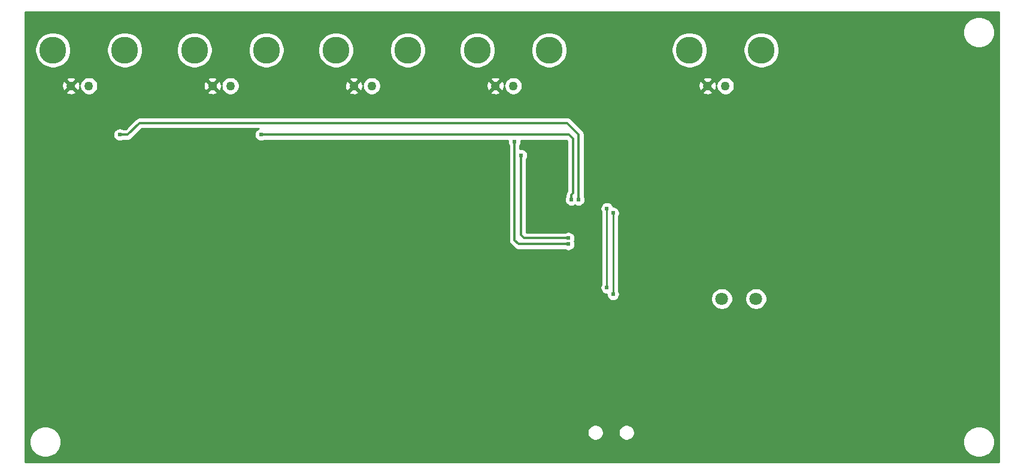
<source format=gbl>
G04 #@! TF.GenerationSoftware,KiCad,Pcbnew,5.1.10*
G04 #@! TF.CreationDate,2021-05-11T08:11:29+02:00*
G04 #@! TF.ProjectId,M17_soundcard,4d31375f-736f-4756-9e64-636172642e6b,rev?*
G04 #@! TF.SameCoordinates,Original*
G04 #@! TF.FileFunction,Copper,L2,Bot*
G04 #@! TF.FilePolarity,Positive*
%FSLAX46Y46*%
G04 Gerber Fmt 4.6, Leading zero omitted, Abs format (unit mm)*
G04 Created by KiCad (PCBNEW 5.1.10) date 2021-05-11 08:11:29*
%MOMM*%
%LPD*%
G01*
G04 APERTURE LIST*
G04 #@! TA.AperFunction,ComponentPad*
%ADD10C,3.810000*%
G04 #@! TD*
G04 #@! TA.AperFunction,ComponentPad*
%ADD11C,1.270000*%
G04 #@! TD*
G04 #@! TA.AperFunction,ComponentPad*
%ADD12C,1.800000*%
G04 #@! TD*
G04 #@! TA.AperFunction,ViaPad*
%ADD13C,0.800000*%
G04 #@! TD*
G04 #@! TA.AperFunction,ViaPad*
%ADD14C,0.606400*%
G04 #@! TD*
G04 #@! TA.AperFunction,Conductor*
%ADD15C,0.254000*%
G04 #@! TD*
G04 #@! TA.AperFunction,Conductor*
%ADD16C,0.317500*%
G04 #@! TD*
G04 #@! TA.AperFunction,Conductor*
%ADD17C,0.100000*%
G04 #@! TD*
G04 APERTURE END LIST*
D10*
X183731100Y-78503600D03*
X173571100Y-78503600D03*
D11*
X176111100Y-83583600D03*
X178651100Y-83583600D03*
D12*
X182969100Y-113738600D03*
X178143100Y-113738600D03*
D10*
X93731100Y-78503600D03*
X83571100Y-78503600D03*
D11*
X86111100Y-83583600D03*
X88651100Y-83583600D03*
D10*
X113731100Y-78503600D03*
X103571100Y-78503600D03*
D11*
X106111100Y-83583600D03*
X108651100Y-83583600D03*
D10*
X133731100Y-78503600D03*
X123571100Y-78503600D03*
D11*
X126111100Y-83583600D03*
X128651100Y-83583600D03*
D10*
X153731100Y-78503600D03*
X143571100Y-78503600D03*
D11*
X146111100Y-83583600D03*
X148651100Y-83583600D03*
D13*
X159893000Y-104034166D03*
X159893000Y-102531333D03*
X209889849Y-130429000D03*
X184431099Y-130429000D03*
X175944849Y-130429000D03*
X201403599Y-130429000D03*
X192917349Y-130429000D03*
X138186900Y-106187875D03*
X108406500Y-106187875D03*
X98479700Y-106187875D03*
X128260100Y-106187875D03*
X88552900Y-106187875D03*
X118333300Y-106187875D03*
X138186900Y-114268250D03*
X108406500Y-114268250D03*
X98479700Y-114268250D03*
X128260100Y-114268250D03*
X88552900Y-114268250D03*
X118333300Y-114268250D03*
X138186900Y-122348625D03*
X108406500Y-122348625D03*
X98479700Y-122348625D03*
X128260100Y-122348625D03*
X88552900Y-122348625D03*
X118333300Y-122348625D03*
X138186900Y-130429000D03*
X108406500Y-130429000D03*
X98479700Y-130429000D03*
X128260100Y-130429000D03*
X88552900Y-130429000D03*
X118333300Y-130429000D03*
X152167166Y-111009499D03*
X154283832Y-111009499D03*
X152167166Y-108814899D03*
X154283832Y-108814899D03*
X154283832Y-113204099D03*
X152167166Y-113204099D03*
X150050500Y-113204099D03*
X150050500Y-111009499D03*
X150050500Y-108814899D03*
X151193500Y-95874666D03*
X153310166Y-95874666D03*
X153310166Y-94181233D03*
X155426832Y-95874666D03*
X155426832Y-94181233D03*
X170015831Y-96594999D03*
X170015831Y-94469000D03*
X170015831Y-98789599D03*
X168150715Y-98789599D03*
X168150715Y-96594999D03*
X168150715Y-94469000D03*
X171880947Y-94469000D03*
X173746063Y-94469000D03*
X194945000Y-95249375D03*
X197061666Y-95249375D03*
X199178332Y-95249375D03*
X201295000Y-95249375D03*
X197061666Y-98943725D03*
X197061666Y-97096550D03*
X201295000Y-97096550D03*
X201295000Y-98943725D03*
X199178332Y-97096550D03*
X194945000Y-98943725D03*
X199178332Y-98943725D03*
X194945000Y-97096550D03*
X202459166Y-113930499D03*
X202459166Y-111735899D03*
X206692500Y-111735899D03*
X206692500Y-113930499D03*
X204575832Y-111735899D03*
X200342500Y-113930499D03*
X204575832Y-113930499D03*
X200342500Y-111735899D03*
X202459166Y-116125099D03*
X202459166Y-118319699D03*
X206692500Y-118319699D03*
X206692500Y-116125099D03*
X204575832Y-118319699D03*
X200342500Y-118319699D03*
X204575832Y-116125099D03*
X200342500Y-116125099D03*
X188997166Y-113930499D03*
X188997166Y-111735899D03*
X193230500Y-111735899D03*
X193230500Y-113930499D03*
X191113832Y-111735899D03*
X186880500Y-113930499D03*
X191113832Y-113930499D03*
X186880500Y-111735899D03*
X188997166Y-116125099D03*
X193230500Y-116125099D03*
X186880500Y-116125099D03*
X191113832Y-116125099D03*
X181165500Y-95403666D03*
X183282166Y-95403666D03*
X187515500Y-95403666D03*
X185398832Y-95403666D03*
X185398832Y-96693933D03*
X181165500Y-96693933D03*
X187515500Y-96693933D03*
X183282166Y-96693933D03*
X175611179Y-94469000D03*
X170015831Y-100562399D03*
X168150715Y-100562399D03*
X159893000Y-105537000D03*
X159893000Y-101028500D03*
X88552900Y-98107500D03*
X98479700Y-98107500D03*
X118333300Y-98107500D03*
X128260100Y-98107500D03*
X108406500Y-98107500D03*
X138186900Y-98107500D03*
D14*
X162750500Y-113093500D03*
X162750500Y-101600000D03*
X161891100Y-100965000D03*
X161891100Y-112151100D03*
X93001100Y-90503600D03*
X157891100Y-99695000D03*
X113001100Y-90503600D03*
X156845000Y-99695000D03*
X156426100Y-105156000D03*
X149733000Y-93408500D03*
X148806100Y-91513600D03*
X156426100Y-106011100D03*
D15*
X162750500Y-113093500D02*
X162750500Y-101600000D01*
X161891100Y-100965000D02*
X161891100Y-111666900D01*
X161891100Y-112151100D02*
X161891100Y-111666900D01*
D16*
X157891100Y-90438600D02*
X157891100Y-99695000D01*
X156289000Y-88836500D02*
X157891100Y-90438600D01*
X95821500Y-88836500D02*
X156289000Y-88836500D01*
X94154400Y-90503600D02*
X95821500Y-88836500D01*
X93001100Y-90503600D02*
X94154400Y-90503600D01*
X156845000Y-99695000D02*
X156845000Y-99060000D01*
X156845000Y-99060000D02*
X157099000Y-98806000D01*
X157099000Y-98806000D02*
X157099000Y-91059000D01*
X156543600Y-90503600D02*
X156876750Y-90836750D01*
X113001100Y-90503600D02*
X156543600Y-90503600D01*
X157099000Y-91059000D02*
X156876750Y-90836750D01*
X156426100Y-105156000D02*
X150177500Y-105156000D01*
X149796500Y-104775000D02*
X150177500Y-105156000D01*
X149733000Y-104711500D02*
X149796500Y-104775000D01*
X149733000Y-93408500D02*
X149733000Y-104711500D01*
X148806100Y-91513600D02*
X148806100Y-103261100D01*
X156426100Y-106011100D02*
X149381600Y-106011100D01*
X148806100Y-105435600D02*
X148806100Y-103261100D01*
X149381600Y-106011100D02*
X148806100Y-105435600D01*
D15*
X217341100Y-136843600D02*
X79661100Y-136843600D01*
X79661100Y-133779872D01*
X80265000Y-133779872D01*
X80265000Y-134220128D01*
X80350890Y-134651925D01*
X80519369Y-135058669D01*
X80763962Y-135424729D01*
X81075271Y-135736038D01*
X81441331Y-135980631D01*
X81848075Y-136149110D01*
X82279872Y-136235000D01*
X82720128Y-136235000D01*
X83151925Y-136149110D01*
X83558669Y-135980631D01*
X83924729Y-135736038D01*
X84236038Y-135424729D01*
X84480631Y-135058669D01*
X84649110Y-134651925D01*
X84735000Y-134220128D01*
X84735000Y-133779872D01*
X84649110Y-133348075D01*
X84480631Y-132941331D01*
X84240409Y-132581812D01*
X159123600Y-132581812D01*
X159123600Y-132805388D01*
X159167217Y-133024667D01*
X159252776Y-133231224D01*
X159376988Y-133417120D01*
X159535080Y-133575212D01*
X159720976Y-133699424D01*
X159927533Y-133784983D01*
X160146812Y-133828600D01*
X160370388Y-133828600D01*
X160589667Y-133784983D01*
X160796224Y-133699424D01*
X160982120Y-133575212D01*
X161140212Y-133417120D01*
X161264424Y-133231224D01*
X161349983Y-133024667D01*
X161393600Y-132805388D01*
X161393600Y-132581812D01*
X163523600Y-132581812D01*
X163523600Y-132805388D01*
X163567217Y-133024667D01*
X163652776Y-133231224D01*
X163776988Y-133417120D01*
X163935080Y-133575212D01*
X164120976Y-133699424D01*
X164327533Y-133784983D01*
X164546812Y-133828600D01*
X164770388Y-133828600D01*
X164989667Y-133784983D01*
X165002006Y-133779872D01*
X212265000Y-133779872D01*
X212265000Y-134220128D01*
X212350890Y-134651925D01*
X212519369Y-135058669D01*
X212763962Y-135424729D01*
X213075271Y-135736038D01*
X213441331Y-135980631D01*
X213848075Y-136149110D01*
X214279872Y-136235000D01*
X214720128Y-136235000D01*
X215151925Y-136149110D01*
X215558669Y-135980631D01*
X215924729Y-135736038D01*
X216236038Y-135424729D01*
X216480631Y-135058669D01*
X216649110Y-134651925D01*
X216735000Y-134220128D01*
X216735000Y-133779872D01*
X216649110Y-133348075D01*
X216480631Y-132941331D01*
X216236038Y-132575271D01*
X215924729Y-132263962D01*
X215558669Y-132019369D01*
X215151925Y-131850890D01*
X214720128Y-131765000D01*
X214279872Y-131765000D01*
X213848075Y-131850890D01*
X213441331Y-132019369D01*
X213075271Y-132263962D01*
X212763962Y-132575271D01*
X212519369Y-132941331D01*
X212350890Y-133348075D01*
X212265000Y-133779872D01*
X165002006Y-133779872D01*
X165196224Y-133699424D01*
X165382120Y-133575212D01*
X165540212Y-133417120D01*
X165664424Y-133231224D01*
X165749983Y-133024667D01*
X165793600Y-132805388D01*
X165793600Y-132581812D01*
X165749983Y-132362533D01*
X165664424Y-132155976D01*
X165540212Y-131970080D01*
X165382120Y-131811988D01*
X165196224Y-131687776D01*
X164989667Y-131602217D01*
X164770388Y-131558600D01*
X164546812Y-131558600D01*
X164327533Y-131602217D01*
X164120976Y-131687776D01*
X163935080Y-131811988D01*
X163776988Y-131970080D01*
X163652776Y-132155976D01*
X163567217Y-132362533D01*
X163523600Y-132581812D01*
X161393600Y-132581812D01*
X161349983Y-132362533D01*
X161264424Y-132155976D01*
X161140212Y-131970080D01*
X160982120Y-131811988D01*
X160796224Y-131687776D01*
X160589667Y-131602217D01*
X160370388Y-131558600D01*
X160146812Y-131558600D01*
X159927533Y-131602217D01*
X159720976Y-131687776D01*
X159535080Y-131811988D01*
X159376988Y-131970080D01*
X159252776Y-132155976D01*
X159167217Y-132362533D01*
X159123600Y-132581812D01*
X84240409Y-132581812D01*
X84236038Y-132575271D01*
X83924729Y-132263962D01*
X83558669Y-132019369D01*
X83151925Y-131850890D01*
X82720128Y-131765000D01*
X82279872Y-131765000D01*
X81848075Y-131850890D01*
X81441331Y-132019369D01*
X81075271Y-132263962D01*
X80763962Y-132575271D01*
X80519369Y-132941331D01*
X80350890Y-133348075D01*
X80265000Y-133779872D01*
X79661100Y-133779872D01*
X79661100Y-90411195D01*
X92062900Y-90411195D01*
X92062900Y-90596005D01*
X92098954Y-90777263D01*
X92169678Y-90948005D01*
X92272352Y-91101668D01*
X92403032Y-91232348D01*
X92556695Y-91335022D01*
X92727437Y-91405746D01*
X92908695Y-91441800D01*
X93093505Y-91441800D01*
X93274763Y-91405746D01*
X93445505Y-91335022D01*
X93501885Y-91297350D01*
X94115421Y-91297350D01*
X94154400Y-91301189D01*
X94193379Y-91297350D01*
X94193389Y-91297350D01*
X94310002Y-91285865D01*
X94459624Y-91240477D01*
X94597517Y-91166772D01*
X94718381Y-91067581D01*
X94743237Y-91037294D01*
X96150282Y-89630250D01*
X112657918Y-89630250D01*
X112556695Y-89672178D01*
X112403032Y-89774852D01*
X112272352Y-89905532D01*
X112169678Y-90059195D01*
X112098954Y-90229937D01*
X112062900Y-90411195D01*
X112062900Y-90596005D01*
X112098954Y-90777263D01*
X112169678Y-90948005D01*
X112272352Y-91101668D01*
X112403032Y-91232348D01*
X112556695Y-91335022D01*
X112727437Y-91405746D01*
X112908695Y-91441800D01*
X113093505Y-91441800D01*
X113274763Y-91405746D01*
X113445505Y-91335022D01*
X113501885Y-91297350D01*
X147892534Y-91297350D01*
X147867900Y-91421195D01*
X147867900Y-91606005D01*
X147903954Y-91787263D01*
X147974678Y-91958005D01*
X148012350Y-92014385D01*
X148012351Y-103222111D01*
X148012350Y-105396620D01*
X148008511Y-105435600D01*
X148012350Y-105474579D01*
X148012350Y-105474588D01*
X148023835Y-105591201D01*
X148069223Y-105740823D01*
X148076303Y-105754068D01*
X148142928Y-105878717D01*
X148191798Y-105938265D01*
X148242119Y-105999581D01*
X148272406Y-106024437D01*
X148792767Y-106544799D01*
X148817619Y-106575081D01*
X148847901Y-106599933D01*
X148847903Y-106599935D01*
X148938482Y-106674272D01*
X149012187Y-106713667D01*
X149076376Y-106747977D01*
X149225998Y-106793365D01*
X149342611Y-106804850D01*
X149342621Y-106804850D01*
X149381600Y-106808689D01*
X149420579Y-106804850D01*
X155925315Y-106804850D01*
X155981695Y-106842522D01*
X156152437Y-106913246D01*
X156333695Y-106949300D01*
X156518505Y-106949300D01*
X156699763Y-106913246D01*
X156870505Y-106842522D01*
X157024168Y-106739848D01*
X157154848Y-106609168D01*
X157257522Y-106455505D01*
X157328246Y-106284763D01*
X157364300Y-106103505D01*
X157364300Y-105918695D01*
X157328246Y-105737437D01*
X157264504Y-105583550D01*
X157328246Y-105429663D01*
X157364300Y-105248405D01*
X157364300Y-105063595D01*
X157328246Y-104882337D01*
X157257522Y-104711595D01*
X157154848Y-104557932D01*
X157024168Y-104427252D01*
X156870505Y-104324578D01*
X156699763Y-104253854D01*
X156518505Y-104217800D01*
X156333695Y-104217800D01*
X156152437Y-104253854D01*
X155981695Y-104324578D01*
X155925315Y-104362250D01*
X150526750Y-104362250D01*
X150526750Y-100872595D01*
X160952900Y-100872595D01*
X160952900Y-101057405D01*
X160988954Y-101238663D01*
X161059678Y-101409405D01*
X161129100Y-101513303D01*
X161129101Y-111602796D01*
X161059678Y-111706695D01*
X160988954Y-111877437D01*
X160952900Y-112058695D01*
X160952900Y-112243505D01*
X160988954Y-112424763D01*
X161059678Y-112595505D01*
X161162352Y-112749168D01*
X161293032Y-112879848D01*
X161446695Y-112982522D01*
X161617437Y-113053246D01*
X161798695Y-113089300D01*
X161812300Y-113089300D01*
X161812300Y-113185905D01*
X161848354Y-113367163D01*
X161919078Y-113537905D01*
X162021752Y-113691568D01*
X162152432Y-113822248D01*
X162306095Y-113924922D01*
X162476837Y-113995646D01*
X162658095Y-114031700D01*
X162842905Y-114031700D01*
X163024163Y-113995646D01*
X163194905Y-113924922D01*
X163348568Y-113822248D01*
X163479248Y-113691568D01*
X163548839Y-113587416D01*
X176608100Y-113587416D01*
X176608100Y-113889784D01*
X176667089Y-114186343D01*
X176782801Y-114465695D01*
X176950788Y-114717105D01*
X177164595Y-114930912D01*
X177416005Y-115098899D01*
X177695357Y-115214611D01*
X177991916Y-115273600D01*
X178294284Y-115273600D01*
X178590843Y-115214611D01*
X178870195Y-115098899D01*
X179121605Y-114930912D01*
X179335412Y-114717105D01*
X179503399Y-114465695D01*
X179619111Y-114186343D01*
X179678100Y-113889784D01*
X179678100Y-113587416D01*
X181434100Y-113587416D01*
X181434100Y-113889784D01*
X181493089Y-114186343D01*
X181608801Y-114465695D01*
X181776788Y-114717105D01*
X181990595Y-114930912D01*
X182242005Y-115098899D01*
X182521357Y-115214611D01*
X182817916Y-115273600D01*
X183120284Y-115273600D01*
X183416843Y-115214611D01*
X183696195Y-115098899D01*
X183947605Y-114930912D01*
X184161412Y-114717105D01*
X184329399Y-114465695D01*
X184445111Y-114186343D01*
X184504100Y-113889784D01*
X184504100Y-113587416D01*
X184445111Y-113290857D01*
X184329399Y-113011505D01*
X184161412Y-112760095D01*
X183947605Y-112546288D01*
X183696195Y-112378301D01*
X183416843Y-112262589D01*
X183120284Y-112203600D01*
X182817916Y-112203600D01*
X182521357Y-112262589D01*
X182242005Y-112378301D01*
X181990595Y-112546288D01*
X181776788Y-112760095D01*
X181608801Y-113011505D01*
X181493089Y-113290857D01*
X181434100Y-113587416D01*
X179678100Y-113587416D01*
X179619111Y-113290857D01*
X179503399Y-113011505D01*
X179335412Y-112760095D01*
X179121605Y-112546288D01*
X178870195Y-112378301D01*
X178590843Y-112262589D01*
X178294284Y-112203600D01*
X177991916Y-112203600D01*
X177695357Y-112262589D01*
X177416005Y-112378301D01*
X177164595Y-112546288D01*
X176950788Y-112760095D01*
X176782801Y-113011505D01*
X176667089Y-113290857D01*
X176608100Y-113587416D01*
X163548839Y-113587416D01*
X163581922Y-113537905D01*
X163652646Y-113367163D01*
X163688700Y-113185905D01*
X163688700Y-113001095D01*
X163652646Y-112819837D01*
X163581922Y-112649095D01*
X163512500Y-112545197D01*
X163512500Y-102148303D01*
X163581922Y-102044405D01*
X163652646Y-101873663D01*
X163688700Y-101692405D01*
X163688700Y-101507595D01*
X163652646Y-101326337D01*
X163581922Y-101155595D01*
X163479248Y-101001932D01*
X163348568Y-100871252D01*
X163194905Y-100768578D01*
X163024163Y-100697854D01*
X162842905Y-100661800D01*
X162781011Y-100661800D01*
X162722522Y-100520595D01*
X162619848Y-100366932D01*
X162489168Y-100236252D01*
X162335505Y-100133578D01*
X162164763Y-100062854D01*
X161983505Y-100026800D01*
X161798695Y-100026800D01*
X161617437Y-100062854D01*
X161446695Y-100133578D01*
X161293032Y-100236252D01*
X161162352Y-100366932D01*
X161059678Y-100520595D01*
X160988954Y-100691337D01*
X160952900Y-100872595D01*
X150526750Y-100872595D01*
X150526750Y-93909285D01*
X150564422Y-93852905D01*
X150635146Y-93682163D01*
X150671200Y-93500905D01*
X150671200Y-93316095D01*
X150635146Y-93134837D01*
X150564422Y-92964095D01*
X150461748Y-92810432D01*
X150331068Y-92679752D01*
X150177405Y-92577078D01*
X150006663Y-92506354D01*
X149825405Y-92470300D01*
X149640595Y-92470300D01*
X149599850Y-92478405D01*
X149599850Y-92014385D01*
X149637522Y-91958005D01*
X149708246Y-91787263D01*
X149744300Y-91606005D01*
X149744300Y-91421195D01*
X149719666Y-91297350D01*
X156214819Y-91297350D01*
X156305251Y-91387782D01*
X156305250Y-98476134D01*
X156281020Y-98496019D01*
X156256168Y-98526301D01*
X156256165Y-98526304D01*
X156181828Y-98616883D01*
X156144976Y-98685830D01*
X156108123Y-98754776D01*
X156062735Y-98904398D01*
X156051250Y-99021011D01*
X156051250Y-99021021D01*
X156047411Y-99060000D01*
X156051250Y-99098979D01*
X156051250Y-99194215D01*
X156013578Y-99250595D01*
X155942854Y-99421337D01*
X155906800Y-99602595D01*
X155906800Y-99787405D01*
X155942854Y-99968663D01*
X156013578Y-100139405D01*
X156116252Y-100293068D01*
X156246932Y-100423748D01*
X156400595Y-100526422D01*
X156571337Y-100597146D01*
X156752595Y-100633200D01*
X156937405Y-100633200D01*
X157118663Y-100597146D01*
X157289405Y-100526422D01*
X157368050Y-100473873D01*
X157446695Y-100526422D01*
X157617437Y-100597146D01*
X157798695Y-100633200D01*
X157983505Y-100633200D01*
X158164763Y-100597146D01*
X158335505Y-100526422D01*
X158489168Y-100423748D01*
X158619848Y-100293068D01*
X158722522Y-100139405D01*
X158793246Y-99968663D01*
X158829300Y-99787405D01*
X158829300Y-99602595D01*
X158793246Y-99421337D01*
X158722522Y-99250595D01*
X158684850Y-99194215D01*
X158684850Y-90477579D01*
X158688689Y-90438600D01*
X158684850Y-90399621D01*
X158684850Y-90399611D01*
X158673365Y-90282998D01*
X158640172Y-90173578D01*
X158627977Y-90133375D01*
X158554272Y-89995482D01*
X158479935Y-89904903D01*
X158479933Y-89904901D01*
X158455081Y-89874619D01*
X158424800Y-89849768D01*
X156877837Y-88302806D01*
X156852981Y-88272519D01*
X156732117Y-88173328D01*
X156594224Y-88099623D01*
X156444602Y-88054235D01*
X156327989Y-88042750D01*
X156327979Y-88042750D01*
X156289000Y-88038911D01*
X156250021Y-88042750D01*
X95860478Y-88042750D01*
X95821499Y-88038911D01*
X95782520Y-88042750D01*
X95782511Y-88042750D01*
X95665898Y-88054235D01*
X95516276Y-88099623D01*
X95378383Y-88173328D01*
X95378381Y-88173329D01*
X95378382Y-88173329D01*
X95287803Y-88247665D01*
X95287801Y-88247667D01*
X95257519Y-88272519D01*
X95232667Y-88302801D01*
X93825619Y-89709850D01*
X93501885Y-89709850D01*
X93445505Y-89672178D01*
X93274763Y-89601454D01*
X93093505Y-89565400D01*
X92908695Y-89565400D01*
X92727437Y-89601454D01*
X92556695Y-89672178D01*
X92403032Y-89774852D01*
X92272352Y-89905532D01*
X92169678Y-90059195D01*
X92098954Y-90229937D01*
X92062900Y-90411195D01*
X79661100Y-90411195D01*
X79661100Y-84458400D01*
X85415905Y-84458400D01*
X85467469Y-84685546D01*
X85694816Y-84789939D01*
X85938159Y-84847973D01*
X86188149Y-84857418D01*
X86435178Y-84817910D01*
X86669753Y-84730969D01*
X86754731Y-84685546D01*
X86806295Y-84458400D01*
X86111100Y-83763205D01*
X85415905Y-84458400D01*
X79661100Y-84458400D01*
X79661100Y-83660649D01*
X84837282Y-83660649D01*
X84876790Y-83907678D01*
X84963731Y-84142253D01*
X85009154Y-84227231D01*
X85236300Y-84278795D01*
X85931495Y-83583600D01*
X86290705Y-83583600D01*
X86985900Y-84278795D01*
X87213046Y-84227231D01*
X87317439Y-83999884D01*
X87375473Y-83756541D01*
X87381100Y-83607606D01*
X87381100Y-83708684D01*
X87429905Y-83954045D01*
X87525641Y-84185171D01*
X87664627Y-84393178D01*
X87841522Y-84570073D01*
X88049529Y-84709059D01*
X88280655Y-84804795D01*
X88526016Y-84853600D01*
X88776184Y-84853600D01*
X89021545Y-84804795D01*
X89252671Y-84709059D01*
X89460678Y-84570073D01*
X89572351Y-84458400D01*
X105415905Y-84458400D01*
X105467469Y-84685546D01*
X105694816Y-84789939D01*
X105938159Y-84847973D01*
X106188149Y-84857418D01*
X106435178Y-84817910D01*
X106669753Y-84730969D01*
X106754731Y-84685546D01*
X106806295Y-84458400D01*
X106111100Y-83763205D01*
X105415905Y-84458400D01*
X89572351Y-84458400D01*
X89637573Y-84393178D01*
X89776559Y-84185171D01*
X89872295Y-83954045D01*
X89921100Y-83708684D01*
X89921100Y-83660649D01*
X104837282Y-83660649D01*
X104876790Y-83907678D01*
X104963731Y-84142253D01*
X105009154Y-84227231D01*
X105236300Y-84278795D01*
X105931495Y-83583600D01*
X106290705Y-83583600D01*
X106985900Y-84278795D01*
X107213046Y-84227231D01*
X107317439Y-83999884D01*
X107375473Y-83756541D01*
X107381100Y-83607606D01*
X107381100Y-83708684D01*
X107429905Y-83954045D01*
X107525641Y-84185171D01*
X107664627Y-84393178D01*
X107841522Y-84570073D01*
X108049529Y-84709059D01*
X108280655Y-84804795D01*
X108526016Y-84853600D01*
X108776184Y-84853600D01*
X109021545Y-84804795D01*
X109252671Y-84709059D01*
X109460678Y-84570073D01*
X109572351Y-84458400D01*
X125415905Y-84458400D01*
X125467469Y-84685546D01*
X125694816Y-84789939D01*
X125938159Y-84847973D01*
X126188149Y-84857418D01*
X126435178Y-84817910D01*
X126669753Y-84730969D01*
X126754731Y-84685546D01*
X126806295Y-84458400D01*
X126111100Y-83763205D01*
X125415905Y-84458400D01*
X109572351Y-84458400D01*
X109637573Y-84393178D01*
X109776559Y-84185171D01*
X109872295Y-83954045D01*
X109921100Y-83708684D01*
X109921100Y-83660649D01*
X124837282Y-83660649D01*
X124876790Y-83907678D01*
X124963731Y-84142253D01*
X125009154Y-84227231D01*
X125236300Y-84278795D01*
X125931495Y-83583600D01*
X126290705Y-83583600D01*
X126985900Y-84278795D01*
X127213046Y-84227231D01*
X127317439Y-83999884D01*
X127375473Y-83756541D01*
X127381100Y-83607606D01*
X127381100Y-83708684D01*
X127429905Y-83954045D01*
X127525641Y-84185171D01*
X127664627Y-84393178D01*
X127841522Y-84570073D01*
X128049529Y-84709059D01*
X128280655Y-84804795D01*
X128526016Y-84853600D01*
X128776184Y-84853600D01*
X129021545Y-84804795D01*
X129252671Y-84709059D01*
X129460678Y-84570073D01*
X129572351Y-84458400D01*
X145415905Y-84458400D01*
X145467469Y-84685546D01*
X145694816Y-84789939D01*
X145938159Y-84847973D01*
X146188149Y-84857418D01*
X146435178Y-84817910D01*
X146669753Y-84730969D01*
X146754731Y-84685546D01*
X146806295Y-84458400D01*
X146111100Y-83763205D01*
X145415905Y-84458400D01*
X129572351Y-84458400D01*
X129637573Y-84393178D01*
X129776559Y-84185171D01*
X129872295Y-83954045D01*
X129921100Y-83708684D01*
X129921100Y-83660649D01*
X144837282Y-83660649D01*
X144876790Y-83907678D01*
X144963731Y-84142253D01*
X145009154Y-84227231D01*
X145236300Y-84278795D01*
X145931495Y-83583600D01*
X146290705Y-83583600D01*
X146985900Y-84278795D01*
X147213046Y-84227231D01*
X147317439Y-83999884D01*
X147375473Y-83756541D01*
X147381100Y-83607606D01*
X147381100Y-83708684D01*
X147429905Y-83954045D01*
X147525641Y-84185171D01*
X147664627Y-84393178D01*
X147841522Y-84570073D01*
X148049529Y-84709059D01*
X148280655Y-84804795D01*
X148526016Y-84853600D01*
X148776184Y-84853600D01*
X149021545Y-84804795D01*
X149252671Y-84709059D01*
X149460678Y-84570073D01*
X149572351Y-84458400D01*
X175415905Y-84458400D01*
X175467469Y-84685546D01*
X175694816Y-84789939D01*
X175938159Y-84847973D01*
X176188149Y-84857418D01*
X176435178Y-84817910D01*
X176669753Y-84730969D01*
X176754731Y-84685546D01*
X176806295Y-84458400D01*
X176111100Y-83763205D01*
X175415905Y-84458400D01*
X149572351Y-84458400D01*
X149637573Y-84393178D01*
X149776559Y-84185171D01*
X149872295Y-83954045D01*
X149921100Y-83708684D01*
X149921100Y-83660649D01*
X174837282Y-83660649D01*
X174876790Y-83907678D01*
X174963731Y-84142253D01*
X175009154Y-84227231D01*
X175236300Y-84278795D01*
X175931495Y-83583600D01*
X176290705Y-83583600D01*
X176985900Y-84278795D01*
X177213046Y-84227231D01*
X177317439Y-83999884D01*
X177375473Y-83756541D01*
X177381100Y-83607606D01*
X177381100Y-83708684D01*
X177429905Y-83954045D01*
X177525641Y-84185171D01*
X177664627Y-84393178D01*
X177841522Y-84570073D01*
X178049529Y-84709059D01*
X178280655Y-84804795D01*
X178526016Y-84853600D01*
X178776184Y-84853600D01*
X179021545Y-84804795D01*
X179252671Y-84709059D01*
X179460678Y-84570073D01*
X179637573Y-84393178D01*
X179776559Y-84185171D01*
X179872295Y-83954045D01*
X179921100Y-83708684D01*
X179921100Y-83458516D01*
X179872295Y-83213155D01*
X179776559Y-82982029D01*
X179637573Y-82774022D01*
X179460678Y-82597127D01*
X179252671Y-82458141D01*
X179021545Y-82362405D01*
X178776184Y-82313600D01*
X178526016Y-82313600D01*
X178280655Y-82362405D01*
X178049529Y-82458141D01*
X177841522Y-82597127D01*
X177664627Y-82774022D01*
X177525641Y-82982029D01*
X177429905Y-83213155D01*
X177381100Y-83458516D01*
X177381100Y-83482678D01*
X177345410Y-83259522D01*
X177258469Y-83024947D01*
X177213046Y-82939969D01*
X176985900Y-82888405D01*
X176290705Y-83583600D01*
X175931495Y-83583600D01*
X175236300Y-82888405D01*
X175009154Y-82939969D01*
X174904761Y-83167316D01*
X174846727Y-83410659D01*
X174837282Y-83660649D01*
X149921100Y-83660649D01*
X149921100Y-83458516D01*
X149872295Y-83213155D01*
X149776559Y-82982029D01*
X149637573Y-82774022D01*
X149572351Y-82708800D01*
X175415905Y-82708800D01*
X176111100Y-83403995D01*
X176806295Y-82708800D01*
X176754731Y-82481654D01*
X176527384Y-82377261D01*
X176284041Y-82319227D01*
X176034051Y-82309782D01*
X175787022Y-82349290D01*
X175552447Y-82436231D01*
X175467469Y-82481654D01*
X175415905Y-82708800D01*
X149572351Y-82708800D01*
X149460678Y-82597127D01*
X149252671Y-82458141D01*
X149021545Y-82362405D01*
X148776184Y-82313600D01*
X148526016Y-82313600D01*
X148280655Y-82362405D01*
X148049529Y-82458141D01*
X147841522Y-82597127D01*
X147664627Y-82774022D01*
X147525641Y-82982029D01*
X147429905Y-83213155D01*
X147381100Y-83458516D01*
X147381100Y-83482678D01*
X147345410Y-83259522D01*
X147258469Y-83024947D01*
X147213046Y-82939969D01*
X146985900Y-82888405D01*
X146290705Y-83583600D01*
X145931495Y-83583600D01*
X145236300Y-82888405D01*
X145009154Y-82939969D01*
X144904761Y-83167316D01*
X144846727Y-83410659D01*
X144837282Y-83660649D01*
X129921100Y-83660649D01*
X129921100Y-83458516D01*
X129872295Y-83213155D01*
X129776559Y-82982029D01*
X129637573Y-82774022D01*
X129572351Y-82708800D01*
X145415905Y-82708800D01*
X146111100Y-83403995D01*
X146806295Y-82708800D01*
X146754731Y-82481654D01*
X146527384Y-82377261D01*
X146284041Y-82319227D01*
X146034051Y-82309782D01*
X145787022Y-82349290D01*
X145552447Y-82436231D01*
X145467469Y-82481654D01*
X145415905Y-82708800D01*
X129572351Y-82708800D01*
X129460678Y-82597127D01*
X129252671Y-82458141D01*
X129021545Y-82362405D01*
X128776184Y-82313600D01*
X128526016Y-82313600D01*
X128280655Y-82362405D01*
X128049529Y-82458141D01*
X127841522Y-82597127D01*
X127664627Y-82774022D01*
X127525641Y-82982029D01*
X127429905Y-83213155D01*
X127381100Y-83458516D01*
X127381100Y-83482678D01*
X127345410Y-83259522D01*
X127258469Y-83024947D01*
X127213046Y-82939969D01*
X126985900Y-82888405D01*
X126290705Y-83583600D01*
X125931495Y-83583600D01*
X125236300Y-82888405D01*
X125009154Y-82939969D01*
X124904761Y-83167316D01*
X124846727Y-83410659D01*
X124837282Y-83660649D01*
X109921100Y-83660649D01*
X109921100Y-83458516D01*
X109872295Y-83213155D01*
X109776559Y-82982029D01*
X109637573Y-82774022D01*
X109572351Y-82708800D01*
X125415905Y-82708800D01*
X126111100Y-83403995D01*
X126806295Y-82708800D01*
X126754731Y-82481654D01*
X126527384Y-82377261D01*
X126284041Y-82319227D01*
X126034051Y-82309782D01*
X125787022Y-82349290D01*
X125552447Y-82436231D01*
X125467469Y-82481654D01*
X125415905Y-82708800D01*
X109572351Y-82708800D01*
X109460678Y-82597127D01*
X109252671Y-82458141D01*
X109021545Y-82362405D01*
X108776184Y-82313600D01*
X108526016Y-82313600D01*
X108280655Y-82362405D01*
X108049529Y-82458141D01*
X107841522Y-82597127D01*
X107664627Y-82774022D01*
X107525641Y-82982029D01*
X107429905Y-83213155D01*
X107381100Y-83458516D01*
X107381100Y-83482678D01*
X107345410Y-83259522D01*
X107258469Y-83024947D01*
X107213046Y-82939969D01*
X106985900Y-82888405D01*
X106290705Y-83583600D01*
X105931495Y-83583600D01*
X105236300Y-82888405D01*
X105009154Y-82939969D01*
X104904761Y-83167316D01*
X104846727Y-83410659D01*
X104837282Y-83660649D01*
X89921100Y-83660649D01*
X89921100Y-83458516D01*
X89872295Y-83213155D01*
X89776559Y-82982029D01*
X89637573Y-82774022D01*
X89572351Y-82708800D01*
X105415905Y-82708800D01*
X106111100Y-83403995D01*
X106806295Y-82708800D01*
X106754731Y-82481654D01*
X106527384Y-82377261D01*
X106284041Y-82319227D01*
X106034051Y-82309782D01*
X105787022Y-82349290D01*
X105552447Y-82436231D01*
X105467469Y-82481654D01*
X105415905Y-82708800D01*
X89572351Y-82708800D01*
X89460678Y-82597127D01*
X89252671Y-82458141D01*
X89021545Y-82362405D01*
X88776184Y-82313600D01*
X88526016Y-82313600D01*
X88280655Y-82362405D01*
X88049529Y-82458141D01*
X87841522Y-82597127D01*
X87664627Y-82774022D01*
X87525641Y-82982029D01*
X87429905Y-83213155D01*
X87381100Y-83458516D01*
X87381100Y-83482678D01*
X87345410Y-83259522D01*
X87258469Y-83024947D01*
X87213046Y-82939969D01*
X86985900Y-82888405D01*
X86290705Y-83583600D01*
X85931495Y-83583600D01*
X85236300Y-82888405D01*
X85009154Y-82939969D01*
X84904761Y-83167316D01*
X84846727Y-83410659D01*
X84837282Y-83660649D01*
X79661100Y-83660649D01*
X79661100Y-82708800D01*
X85415905Y-82708800D01*
X86111100Y-83403995D01*
X86806295Y-82708800D01*
X86754731Y-82481654D01*
X86527384Y-82377261D01*
X86284041Y-82319227D01*
X86034051Y-82309782D01*
X85787022Y-82349290D01*
X85552447Y-82436231D01*
X85467469Y-82481654D01*
X85415905Y-82708800D01*
X79661100Y-82708800D01*
X79661100Y-78253432D01*
X81031100Y-78253432D01*
X81031100Y-78753768D01*
X81128711Y-79244491D01*
X81320181Y-79706741D01*
X81598153Y-80122756D01*
X81951944Y-80476547D01*
X82367959Y-80754519D01*
X82830209Y-80945989D01*
X83320932Y-81043600D01*
X83821268Y-81043600D01*
X84311991Y-80945989D01*
X84774241Y-80754519D01*
X85190256Y-80476547D01*
X85544047Y-80122756D01*
X85822019Y-79706741D01*
X86013489Y-79244491D01*
X86111100Y-78753768D01*
X86111100Y-78253432D01*
X91191100Y-78253432D01*
X91191100Y-78753768D01*
X91288711Y-79244491D01*
X91480181Y-79706741D01*
X91758153Y-80122756D01*
X92111944Y-80476547D01*
X92527959Y-80754519D01*
X92990209Y-80945989D01*
X93480932Y-81043600D01*
X93981268Y-81043600D01*
X94471991Y-80945989D01*
X94934241Y-80754519D01*
X95350256Y-80476547D01*
X95704047Y-80122756D01*
X95982019Y-79706741D01*
X96173489Y-79244491D01*
X96271100Y-78753768D01*
X96271100Y-78253432D01*
X101031100Y-78253432D01*
X101031100Y-78753768D01*
X101128711Y-79244491D01*
X101320181Y-79706741D01*
X101598153Y-80122756D01*
X101951944Y-80476547D01*
X102367959Y-80754519D01*
X102830209Y-80945989D01*
X103320932Y-81043600D01*
X103821268Y-81043600D01*
X104311991Y-80945989D01*
X104774241Y-80754519D01*
X105190256Y-80476547D01*
X105544047Y-80122756D01*
X105822019Y-79706741D01*
X106013489Y-79244491D01*
X106111100Y-78753768D01*
X106111100Y-78253432D01*
X111191100Y-78253432D01*
X111191100Y-78753768D01*
X111288711Y-79244491D01*
X111480181Y-79706741D01*
X111758153Y-80122756D01*
X112111944Y-80476547D01*
X112527959Y-80754519D01*
X112990209Y-80945989D01*
X113480932Y-81043600D01*
X113981268Y-81043600D01*
X114471991Y-80945989D01*
X114934241Y-80754519D01*
X115350256Y-80476547D01*
X115704047Y-80122756D01*
X115982019Y-79706741D01*
X116173489Y-79244491D01*
X116271100Y-78753768D01*
X116271100Y-78253432D01*
X121031100Y-78253432D01*
X121031100Y-78753768D01*
X121128711Y-79244491D01*
X121320181Y-79706741D01*
X121598153Y-80122756D01*
X121951944Y-80476547D01*
X122367959Y-80754519D01*
X122830209Y-80945989D01*
X123320932Y-81043600D01*
X123821268Y-81043600D01*
X124311991Y-80945989D01*
X124774241Y-80754519D01*
X125190256Y-80476547D01*
X125544047Y-80122756D01*
X125822019Y-79706741D01*
X126013489Y-79244491D01*
X126111100Y-78753768D01*
X126111100Y-78253432D01*
X131191100Y-78253432D01*
X131191100Y-78753768D01*
X131288711Y-79244491D01*
X131480181Y-79706741D01*
X131758153Y-80122756D01*
X132111944Y-80476547D01*
X132527959Y-80754519D01*
X132990209Y-80945989D01*
X133480932Y-81043600D01*
X133981268Y-81043600D01*
X134471991Y-80945989D01*
X134934241Y-80754519D01*
X135350256Y-80476547D01*
X135704047Y-80122756D01*
X135982019Y-79706741D01*
X136173489Y-79244491D01*
X136271100Y-78753768D01*
X136271100Y-78253432D01*
X141031100Y-78253432D01*
X141031100Y-78753768D01*
X141128711Y-79244491D01*
X141320181Y-79706741D01*
X141598153Y-80122756D01*
X141951944Y-80476547D01*
X142367959Y-80754519D01*
X142830209Y-80945989D01*
X143320932Y-81043600D01*
X143821268Y-81043600D01*
X144311991Y-80945989D01*
X144774241Y-80754519D01*
X145190256Y-80476547D01*
X145544047Y-80122756D01*
X145822019Y-79706741D01*
X146013489Y-79244491D01*
X146111100Y-78753768D01*
X146111100Y-78253432D01*
X151191100Y-78253432D01*
X151191100Y-78753768D01*
X151288711Y-79244491D01*
X151480181Y-79706741D01*
X151758153Y-80122756D01*
X152111944Y-80476547D01*
X152527959Y-80754519D01*
X152990209Y-80945989D01*
X153480932Y-81043600D01*
X153981268Y-81043600D01*
X154471991Y-80945989D01*
X154934241Y-80754519D01*
X155350256Y-80476547D01*
X155704047Y-80122756D01*
X155982019Y-79706741D01*
X156173489Y-79244491D01*
X156271100Y-78753768D01*
X156271100Y-78253432D01*
X171031100Y-78253432D01*
X171031100Y-78753768D01*
X171128711Y-79244491D01*
X171320181Y-79706741D01*
X171598153Y-80122756D01*
X171951944Y-80476547D01*
X172367959Y-80754519D01*
X172830209Y-80945989D01*
X173320932Y-81043600D01*
X173821268Y-81043600D01*
X174311991Y-80945989D01*
X174774241Y-80754519D01*
X175190256Y-80476547D01*
X175544047Y-80122756D01*
X175822019Y-79706741D01*
X176013489Y-79244491D01*
X176111100Y-78753768D01*
X176111100Y-78253432D01*
X181191100Y-78253432D01*
X181191100Y-78753768D01*
X181288711Y-79244491D01*
X181480181Y-79706741D01*
X181758153Y-80122756D01*
X182111944Y-80476547D01*
X182527959Y-80754519D01*
X182990209Y-80945989D01*
X183480932Y-81043600D01*
X183981268Y-81043600D01*
X184471991Y-80945989D01*
X184934241Y-80754519D01*
X185350256Y-80476547D01*
X185704047Y-80122756D01*
X185982019Y-79706741D01*
X186173489Y-79244491D01*
X186271100Y-78753768D01*
X186271100Y-78253432D01*
X186173489Y-77762709D01*
X185982019Y-77300459D01*
X185704047Y-76884444D01*
X185350256Y-76530653D01*
X184934241Y-76252681D01*
X184471991Y-76061211D01*
X183981268Y-75963600D01*
X183480932Y-75963600D01*
X182990209Y-76061211D01*
X182527959Y-76252681D01*
X182111944Y-76530653D01*
X181758153Y-76884444D01*
X181480181Y-77300459D01*
X181288711Y-77762709D01*
X181191100Y-78253432D01*
X176111100Y-78253432D01*
X176013489Y-77762709D01*
X175822019Y-77300459D01*
X175544047Y-76884444D01*
X175190256Y-76530653D01*
X174774241Y-76252681D01*
X174311991Y-76061211D01*
X173821268Y-75963600D01*
X173320932Y-75963600D01*
X172830209Y-76061211D01*
X172367959Y-76252681D01*
X171951944Y-76530653D01*
X171598153Y-76884444D01*
X171320181Y-77300459D01*
X171128711Y-77762709D01*
X171031100Y-78253432D01*
X156271100Y-78253432D01*
X156173489Y-77762709D01*
X155982019Y-77300459D01*
X155704047Y-76884444D01*
X155350256Y-76530653D01*
X154934241Y-76252681D01*
X154471991Y-76061211D01*
X153981268Y-75963600D01*
X153480932Y-75963600D01*
X152990209Y-76061211D01*
X152527959Y-76252681D01*
X152111944Y-76530653D01*
X151758153Y-76884444D01*
X151480181Y-77300459D01*
X151288711Y-77762709D01*
X151191100Y-78253432D01*
X146111100Y-78253432D01*
X146013489Y-77762709D01*
X145822019Y-77300459D01*
X145544047Y-76884444D01*
X145190256Y-76530653D01*
X144774241Y-76252681D01*
X144311991Y-76061211D01*
X143821268Y-75963600D01*
X143320932Y-75963600D01*
X142830209Y-76061211D01*
X142367959Y-76252681D01*
X141951944Y-76530653D01*
X141598153Y-76884444D01*
X141320181Y-77300459D01*
X141128711Y-77762709D01*
X141031100Y-78253432D01*
X136271100Y-78253432D01*
X136173489Y-77762709D01*
X135982019Y-77300459D01*
X135704047Y-76884444D01*
X135350256Y-76530653D01*
X134934241Y-76252681D01*
X134471991Y-76061211D01*
X133981268Y-75963600D01*
X133480932Y-75963600D01*
X132990209Y-76061211D01*
X132527959Y-76252681D01*
X132111944Y-76530653D01*
X131758153Y-76884444D01*
X131480181Y-77300459D01*
X131288711Y-77762709D01*
X131191100Y-78253432D01*
X126111100Y-78253432D01*
X126013489Y-77762709D01*
X125822019Y-77300459D01*
X125544047Y-76884444D01*
X125190256Y-76530653D01*
X124774241Y-76252681D01*
X124311991Y-76061211D01*
X123821268Y-75963600D01*
X123320932Y-75963600D01*
X122830209Y-76061211D01*
X122367959Y-76252681D01*
X121951944Y-76530653D01*
X121598153Y-76884444D01*
X121320181Y-77300459D01*
X121128711Y-77762709D01*
X121031100Y-78253432D01*
X116271100Y-78253432D01*
X116173489Y-77762709D01*
X115982019Y-77300459D01*
X115704047Y-76884444D01*
X115350256Y-76530653D01*
X114934241Y-76252681D01*
X114471991Y-76061211D01*
X113981268Y-75963600D01*
X113480932Y-75963600D01*
X112990209Y-76061211D01*
X112527959Y-76252681D01*
X112111944Y-76530653D01*
X111758153Y-76884444D01*
X111480181Y-77300459D01*
X111288711Y-77762709D01*
X111191100Y-78253432D01*
X106111100Y-78253432D01*
X106013489Y-77762709D01*
X105822019Y-77300459D01*
X105544047Y-76884444D01*
X105190256Y-76530653D01*
X104774241Y-76252681D01*
X104311991Y-76061211D01*
X103821268Y-75963600D01*
X103320932Y-75963600D01*
X102830209Y-76061211D01*
X102367959Y-76252681D01*
X101951944Y-76530653D01*
X101598153Y-76884444D01*
X101320181Y-77300459D01*
X101128711Y-77762709D01*
X101031100Y-78253432D01*
X96271100Y-78253432D01*
X96173489Y-77762709D01*
X95982019Y-77300459D01*
X95704047Y-76884444D01*
X95350256Y-76530653D01*
X94934241Y-76252681D01*
X94471991Y-76061211D01*
X93981268Y-75963600D01*
X93480932Y-75963600D01*
X92990209Y-76061211D01*
X92527959Y-76252681D01*
X92111944Y-76530653D01*
X91758153Y-76884444D01*
X91480181Y-77300459D01*
X91288711Y-77762709D01*
X91191100Y-78253432D01*
X86111100Y-78253432D01*
X86013489Y-77762709D01*
X85822019Y-77300459D01*
X85544047Y-76884444D01*
X85190256Y-76530653D01*
X84774241Y-76252681D01*
X84311991Y-76061211D01*
X83821268Y-75963600D01*
X83320932Y-75963600D01*
X82830209Y-76061211D01*
X82367959Y-76252681D01*
X81951944Y-76530653D01*
X81598153Y-76884444D01*
X81320181Y-77300459D01*
X81128711Y-77762709D01*
X81031100Y-78253432D01*
X79661100Y-78253432D01*
X79661100Y-75779872D01*
X212265000Y-75779872D01*
X212265000Y-76220128D01*
X212350890Y-76651925D01*
X212519369Y-77058669D01*
X212763962Y-77424729D01*
X213075271Y-77736038D01*
X213441331Y-77980631D01*
X213848075Y-78149110D01*
X214279872Y-78235000D01*
X214720128Y-78235000D01*
X215151925Y-78149110D01*
X215558669Y-77980631D01*
X215924729Y-77736038D01*
X216236038Y-77424729D01*
X216480631Y-77058669D01*
X216649110Y-76651925D01*
X216735000Y-76220128D01*
X216735000Y-75779872D01*
X216649110Y-75348075D01*
X216480631Y-74941331D01*
X216236038Y-74575271D01*
X215924729Y-74263962D01*
X215558669Y-74019369D01*
X215151925Y-73850890D01*
X214720128Y-73765000D01*
X214279872Y-73765000D01*
X213848075Y-73850890D01*
X213441331Y-74019369D01*
X213075271Y-74263962D01*
X212763962Y-74575271D01*
X212519369Y-74941331D01*
X212350890Y-75348075D01*
X212265000Y-75779872D01*
X79661100Y-75779872D01*
X79661100Y-73163600D01*
X217341101Y-73163600D01*
X217341100Y-136843600D01*
G04 #@! TA.AperFunction,Conductor*
D17*
G36*
X217341100Y-136843600D02*
G01*
X79661100Y-136843600D01*
X79661100Y-133779872D01*
X80265000Y-133779872D01*
X80265000Y-134220128D01*
X80350890Y-134651925D01*
X80519369Y-135058669D01*
X80763962Y-135424729D01*
X81075271Y-135736038D01*
X81441331Y-135980631D01*
X81848075Y-136149110D01*
X82279872Y-136235000D01*
X82720128Y-136235000D01*
X83151925Y-136149110D01*
X83558669Y-135980631D01*
X83924729Y-135736038D01*
X84236038Y-135424729D01*
X84480631Y-135058669D01*
X84649110Y-134651925D01*
X84735000Y-134220128D01*
X84735000Y-133779872D01*
X84649110Y-133348075D01*
X84480631Y-132941331D01*
X84240409Y-132581812D01*
X159123600Y-132581812D01*
X159123600Y-132805388D01*
X159167217Y-133024667D01*
X159252776Y-133231224D01*
X159376988Y-133417120D01*
X159535080Y-133575212D01*
X159720976Y-133699424D01*
X159927533Y-133784983D01*
X160146812Y-133828600D01*
X160370388Y-133828600D01*
X160589667Y-133784983D01*
X160796224Y-133699424D01*
X160982120Y-133575212D01*
X161140212Y-133417120D01*
X161264424Y-133231224D01*
X161349983Y-133024667D01*
X161393600Y-132805388D01*
X161393600Y-132581812D01*
X163523600Y-132581812D01*
X163523600Y-132805388D01*
X163567217Y-133024667D01*
X163652776Y-133231224D01*
X163776988Y-133417120D01*
X163935080Y-133575212D01*
X164120976Y-133699424D01*
X164327533Y-133784983D01*
X164546812Y-133828600D01*
X164770388Y-133828600D01*
X164989667Y-133784983D01*
X165002006Y-133779872D01*
X212265000Y-133779872D01*
X212265000Y-134220128D01*
X212350890Y-134651925D01*
X212519369Y-135058669D01*
X212763962Y-135424729D01*
X213075271Y-135736038D01*
X213441331Y-135980631D01*
X213848075Y-136149110D01*
X214279872Y-136235000D01*
X214720128Y-136235000D01*
X215151925Y-136149110D01*
X215558669Y-135980631D01*
X215924729Y-135736038D01*
X216236038Y-135424729D01*
X216480631Y-135058669D01*
X216649110Y-134651925D01*
X216735000Y-134220128D01*
X216735000Y-133779872D01*
X216649110Y-133348075D01*
X216480631Y-132941331D01*
X216236038Y-132575271D01*
X215924729Y-132263962D01*
X215558669Y-132019369D01*
X215151925Y-131850890D01*
X214720128Y-131765000D01*
X214279872Y-131765000D01*
X213848075Y-131850890D01*
X213441331Y-132019369D01*
X213075271Y-132263962D01*
X212763962Y-132575271D01*
X212519369Y-132941331D01*
X212350890Y-133348075D01*
X212265000Y-133779872D01*
X165002006Y-133779872D01*
X165196224Y-133699424D01*
X165382120Y-133575212D01*
X165540212Y-133417120D01*
X165664424Y-133231224D01*
X165749983Y-133024667D01*
X165793600Y-132805388D01*
X165793600Y-132581812D01*
X165749983Y-132362533D01*
X165664424Y-132155976D01*
X165540212Y-131970080D01*
X165382120Y-131811988D01*
X165196224Y-131687776D01*
X164989667Y-131602217D01*
X164770388Y-131558600D01*
X164546812Y-131558600D01*
X164327533Y-131602217D01*
X164120976Y-131687776D01*
X163935080Y-131811988D01*
X163776988Y-131970080D01*
X163652776Y-132155976D01*
X163567217Y-132362533D01*
X163523600Y-132581812D01*
X161393600Y-132581812D01*
X161349983Y-132362533D01*
X161264424Y-132155976D01*
X161140212Y-131970080D01*
X160982120Y-131811988D01*
X160796224Y-131687776D01*
X160589667Y-131602217D01*
X160370388Y-131558600D01*
X160146812Y-131558600D01*
X159927533Y-131602217D01*
X159720976Y-131687776D01*
X159535080Y-131811988D01*
X159376988Y-131970080D01*
X159252776Y-132155976D01*
X159167217Y-132362533D01*
X159123600Y-132581812D01*
X84240409Y-132581812D01*
X84236038Y-132575271D01*
X83924729Y-132263962D01*
X83558669Y-132019369D01*
X83151925Y-131850890D01*
X82720128Y-131765000D01*
X82279872Y-131765000D01*
X81848075Y-131850890D01*
X81441331Y-132019369D01*
X81075271Y-132263962D01*
X80763962Y-132575271D01*
X80519369Y-132941331D01*
X80350890Y-133348075D01*
X80265000Y-133779872D01*
X79661100Y-133779872D01*
X79661100Y-90411195D01*
X92062900Y-90411195D01*
X92062900Y-90596005D01*
X92098954Y-90777263D01*
X92169678Y-90948005D01*
X92272352Y-91101668D01*
X92403032Y-91232348D01*
X92556695Y-91335022D01*
X92727437Y-91405746D01*
X92908695Y-91441800D01*
X93093505Y-91441800D01*
X93274763Y-91405746D01*
X93445505Y-91335022D01*
X93501885Y-91297350D01*
X94115421Y-91297350D01*
X94154400Y-91301189D01*
X94193379Y-91297350D01*
X94193389Y-91297350D01*
X94310002Y-91285865D01*
X94459624Y-91240477D01*
X94597517Y-91166772D01*
X94718381Y-91067581D01*
X94743237Y-91037294D01*
X96150282Y-89630250D01*
X112657918Y-89630250D01*
X112556695Y-89672178D01*
X112403032Y-89774852D01*
X112272352Y-89905532D01*
X112169678Y-90059195D01*
X112098954Y-90229937D01*
X112062900Y-90411195D01*
X112062900Y-90596005D01*
X112098954Y-90777263D01*
X112169678Y-90948005D01*
X112272352Y-91101668D01*
X112403032Y-91232348D01*
X112556695Y-91335022D01*
X112727437Y-91405746D01*
X112908695Y-91441800D01*
X113093505Y-91441800D01*
X113274763Y-91405746D01*
X113445505Y-91335022D01*
X113501885Y-91297350D01*
X147892534Y-91297350D01*
X147867900Y-91421195D01*
X147867900Y-91606005D01*
X147903954Y-91787263D01*
X147974678Y-91958005D01*
X148012350Y-92014385D01*
X148012351Y-103222111D01*
X148012350Y-105396620D01*
X148008511Y-105435600D01*
X148012350Y-105474579D01*
X148012350Y-105474588D01*
X148023835Y-105591201D01*
X148069223Y-105740823D01*
X148076303Y-105754068D01*
X148142928Y-105878717D01*
X148191798Y-105938265D01*
X148242119Y-105999581D01*
X148272406Y-106024437D01*
X148792767Y-106544799D01*
X148817619Y-106575081D01*
X148847901Y-106599933D01*
X148847903Y-106599935D01*
X148938482Y-106674272D01*
X149012187Y-106713667D01*
X149076376Y-106747977D01*
X149225998Y-106793365D01*
X149342611Y-106804850D01*
X149342621Y-106804850D01*
X149381600Y-106808689D01*
X149420579Y-106804850D01*
X155925315Y-106804850D01*
X155981695Y-106842522D01*
X156152437Y-106913246D01*
X156333695Y-106949300D01*
X156518505Y-106949300D01*
X156699763Y-106913246D01*
X156870505Y-106842522D01*
X157024168Y-106739848D01*
X157154848Y-106609168D01*
X157257522Y-106455505D01*
X157328246Y-106284763D01*
X157364300Y-106103505D01*
X157364300Y-105918695D01*
X157328246Y-105737437D01*
X157264504Y-105583550D01*
X157328246Y-105429663D01*
X157364300Y-105248405D01*
X157364300Y-105063595D01*
X157328246Y-104882337D01*
X157257522Y-104711595D01*
X157154848Y-104557932D01*
X157024168Y-104427252D01*
X156870505Y-104324578D01*
X156699763Y-104253854D01*
X156518505Y-104217800D01*
X156333695Y-104217800D01*
X156152437Y-104253854D01*
X155981695Y-104324578D01*
X155925315Y-104362250D01*
X150526750Y-104362250D01*
X150526750Y-100872595D01*
X160952900Y-100872595D01*
X160952900Y-101057405D01*
X160988954Y-101238663D01*
X161059678Y-101409405D01*
X161129100Y-101513303D01*
X161129101Y-111602796D01*
X161059678Y-111706695D01*
X160988954Y-111877437D01*
X160952900Y-112058695D01*
X160952900Y-112243505D01*
X160988954Y-112424763D01*
X161059678Y-112595505D01*
X161162352Y-112749168D01*
X161293032Y-112879848D01*
X161446695Y-112982522D01*
X161617437Y-113053246D01*
X161798695Y-113089300D01*
X161812300Y-113089300D01*
X161812300Y-113185905D01*
X161848354Y-113367163D01*
X161919078Y-113537905D01*
X162021752Y-113691568D01*
X162152432Y-113822248D01*
X162306095Y-113924922D01*
X162476837Y-113995646D01*
X162658095Y-114031700D01*
X162842905Y-114031700D01*
X163024163Y-113995646D01*
X163194905Y-113924922D01*
X163348568Y-113822248D01*
X163479248Y-113691568D01*
X163548839Y-113587416D01*
X176608100Y-113587416D01*
X176608100Y-113889784D01*
X176667089Y-114186343D01*
X176782801Y-114465695D01*
X176950788Y-114717105D01*
X177164595Y-114930912D01*
X177416005Y-115098899D01*
X177695357Y-115214611D01*
X177991916Y-115273600D01*
X178294284Y-115273600D01*
X178590843Y-115214611D01*
X178870195Y-115098899D01*
X179121605Y-114930912D01*
X179335412Y-114717105D01*
X179503399Y-114465695D01*
X179619111Y-114186343D01*
X179678100Y-113889784D01*
X179678100Y-113587416D01*
X181434100Y-113587416D01*
X181434100Y-113889784D01*
X181493089Y-114186343D01*
X181608801Y-114465695D01*
X181776788Y-114717105D01*
X181990595Y-114930912D01*
X182242005Y-115098899D01*
X182521357Y-115214611D01*
X182817916Y-115273600D01*
X183120284Y-115273600D01*
X183416843Y-115214611D01*
X183696195Y-115098899D01*
X183947605Y-114930912D01*
X184161412Y-114717105D01*
X184329399Y-114465695D01*
X184445111Y-114186343D01*
X184504100Y-113889784D01*
X184504100Y-113587416D01*
X184445111Y-113290857D01*
X184329399Y-113011505D01*
X184161412Y-112760095D01*
X183947605Y-112546288D01*
X183696195Y-112378301D01*
X183416843Y-112262589D01*
X183120284Y-112203600D01*
X182817916Y-112203600D01*
X182521357Y-112262589D01*
X182242005Y-112378301D01*
X181990595Y-112546288D01*
X181776788Y-112760095D01*
X181608801Y-113011505D01*
X181493089Y-113290857D01*
X181434100Y-113587416D01*
X179678100Y-113587416D01*
X179619111Y-113290857D01*
X179503399Y-113011505D01*
X179335412Y-112760095D01*
X179121605Y-112546288D01*
X178870195Y-112378301D01*
X178590843Y-112262589D01*
X178294284Y-112203600D01*
X177991916Y-112203600D01*
X177695357Y-112262589D01*
X177416005Y-112378301D01*
X177164595Y-112546288D01*
X176950788Y-112760095D01*
X176782801Y-113011505D01*
X176667089Y-113290857D01*
X176608100Y-113587416D01*
X163548839Y-113587416D01*
X163581922Y-113537905D01*
X163652646Y-113367163D01*
X163688700Y-113185905D01*
X163688700Y-113001095D01*
X163652646Y-112819837D01*
X163581922Y-112649095D01*
X163512500Y-112545197D01*
X163512500Y-102148303D01*
X163581922Y-102044405D01*
X163652646Y-101873663D01*
X163688700Y-101692405D01*
X163688700Y-101507595D01*
X163652646Y-101326337D01*
X163581922Y-101155595D01*
X163479248Y-101001932D01*
X163348568Y-100871252D01*
X163194905Y-100768578D01*
X163024163Y-100697854D01*
X162842905Y-100661800D01*
X162781011Y-100661800D01*
X162722522Y-100520595D01*
X162619848Y-100366932D01*
X162489168Y-100236252D01*
X162335505Y-100133578D01*
X162164763Y-100062854D01*
X161983505Y-100026800D01*
X161798695Y-100026800D01*
X161617437Y-100062854D01*
X161446695Y-100133578D01*
X161293032Y-100236252D01*
X161162352Y-100366932D01*
X161059678Y-100520595D01*
X160988954Y-100691337D01*
X160952900Y-100872595D01*
X150526750Y-100872595D01*
X150526750Y-93909285D01*
X150564422Y-93852905D01*
X150635146Y-93682163D01*
X150671200Y-93500905D01*
X150671200Y-93316095D01*
X150635146Y-93134837D01*
X150564422Y-92964095D01*
X150461748Y-92810432D01*
X150331068Y-92679752D01*
X150177405Y-92577078D01*
X150006663Y-92506354D01*
X149825405Y-92470300D01*
X149640595Y-92470300D01*
X149599850Y-92478405D01*
X149599850Y-92014385D01*
X149637522Y-91958005D01*
X149708246Y-91787263D01*
X149744300Y-91606005D01*
X149744300Y-91421195D01*
X149719666Y-91297350D01*
X156214819Y-91297350D01*
X156305251Y-91387782D01*
X156305250Y-98476134D01*
X156281020Y-98496019D01*
X156256168Y-98526301D01*
X156256165Y-98526304D01*
X156181828Y-98616883D01*
X156144976Y-98685830D01*
X156108123Y-98754776D01*
X156062735Y-98904398D01*
X156051250Y-99021011D01*
X156051250Y-99021021D01*
X156047411Y-99060000D01*
X156051250Y-99098979D01*
X156051250Y-99194215D01*
X156013578Y-99250595D01*
X155942854Y-99421337D01*
X155906800Y-99602595D01*
X155906800Y-99787405D01*
X155942854Y-99968663D01*
X156013578Y-100139405D01*
X156116252Y-100293068D01*
X156246932Y-100423748D01*
X156400595Y-100526422D01*
X156571337Y-100597146D01*
X156752595Y-100633200D01*
X156937405Y-100633200D01*
X157118663Y-100597146D01*
X157289405Y-100526422D01*
X157368050Y-100473873D01*
X157446695Y-100526422D01*
X157617437Y-100597146D01*
X157798695Y-100633200D01*
X157983505Y-100633200D01*
X158164763Y-100597146D01*
X158335505Y-100526422D01*
X158489168Y-100423748D01*
X158619848Y-100293068D01*
X158722522Y-100139405D01*
X158793246Y-99968663D01*
X158829300Y-99787405D01*
X158829300Y-99602595D01*
X158793246Y-99421337D01*
X158722522Y-99250595D01*
X158684850Y-99194215D01*
X158684850Y-90477579D01*
X158688689Y-90438600D01*
X158684850Y-90399621D01*
X158684850Y-90399611D01*
X158673365Y-90282998D01*
X158640172Y-90173578D01*
X158627977Y-90133375D01*
X158554272Y-89995482D01*
X158479935Y-89904903D01*
X158479933Y-89904901D01*
X158455081Y-89874619D01*
X158424800Y-89849768D01*
X156877837Y-88302806D01*
X156852981Y-88272519D01*
X156732117Y-88173328D01*
X156594224Y-88099623D01*
X156444602Y-88054235D01*
X156327989Y-88042750D01*
X156327979Y-88042750D01*
X156289000Y-88038911D01*
X156250021Y-88042750D01*
X95860478Y-88042750D01*
X95821499Y-88038911D01*
X95782520Y-88042750D01*
X95782511Y-88042750D01*
X95665898Y-88054235D01*
X95516276Y-88099623D01*
X95378383Y-88173328D01*
X95378381Y-88173329D01*
X95378382Y-88173329D01*
X95287803Y-88247665D01*
X95287801Y-88247667D01*
X95257519Y-88272519D01*
X95232667Y-88302801D01*
X93825619Y-89709850D01*
X93501885Y-89709850D01*
X93445505Y-89672178D01*
X93274763Y-89601454D01*
X93093505Y-89565400D01*
X92908695Y-89565400D01*
X92727437Y-89601454D01*
X92556695Y-89672178D01*
X92403032Y-89774852D01*
X92272352Y-89905532D01*
X92169678Y-90059195D01*
X92098954Y-90229937D01*
X92062900Y-90411195D01*
X79661100Y-90411195D01*
X79661100Y-84458400D01*
X85415905Y-84458400D01*
X85467469Y-84685546D01*
X85694816Y-84789939D01*
X85938159Y-84847973D01*
X86188149Y-84857418D01*
X86435178Y-84817910D01*
X86669753Y-84730969D01*
X86754731Y-84685546D01*
X86806295Y-84458400D01*
X86111100Y-83763205D01*
X85415905Y-84458400D01*
X79661100Y-84458400D01*
X79661100Y-83660649D01*
X84837282Y-83660649D01*
X84876790Y-83907678D01*
X84963731Y-84142253D01*
X85009154Y-84227231D01*
X85236300Y-84278795D01*
X85931495Y-83583600D01*
X86290705Y-83583600D01*
X86985900Y-84278795D01*
X87213046Y-84227231D01*
X87317439Y-83999884D01*
X87375473Y-83756541D01*
X87381100Y-83607606D01*
X87381100Y-83708684D01*
X87429905Y-83954045D01*
X87525641Y-84185171D01*
X87664627Y-84393178D01*
X87841522Y-84570073D01*
X88049529Y-84709059D01*
X88280655Y-84804795D01*
X88526016Y-84853600D01*
X88776184Y-84853600D01*
X89021545Y-84804795D01*
X89252671Y-84709059D01*
X89460678Y-84570073D01*
X89572351Y-84458400D01*
X105415905Y-84458400D01*
X105467469Y-84685546D01*
X105694816Y-84789939D01*
X105938159Y-84847973D01*
X106188149Y-84857418D01*
X106435178Y-84817910D01*
X106669753Y-84730969D01*
X106754731Y-84685546D01*
X106806295Y-84458400D01*
X106111100Y-83763205D01*
X105415905Y-84458400D01*
X89572351Y-84458400D01*
X89637573Y-84393178D01*
X89776559Y-84185171D01*
X89872295Y-83954045D01*
X89921100Y-83708684D01*
X89921100Y-83660649D01*
X104837282Y-83660649D01*
X104876790Y-83907678D01*
X104963731Y-84142253D01*
X105009154Y-84227231D01*
X105236300Y-84278795D01*
X105931495Y-83583600D01*
X106290705Y-83583600D01*
X106985900Y-84278795D01*
X107213046Y-84227231D01*
X107317439Y-83999884D01*
X107375473Y-83756541D01*
X107381100Y-83607606D01*
X107381100Y-83708684D01*
X107429905Y-83954045D01*
X107525641Y-84185171D01*
X107664627Y-84393178D01*
X107841522Y-84570073D01*
X108049529Y-84709059D01*
X108280655Y-84804795D01*
X108526016Y-84853600D01*
X108776184Y-84853600D01*
X109021545Y-84804795D01*
X109252671Y-84709059D01*
X109460678Y-84570073D01*
X109572351Y-84458400D01*
X125415905Y-84458400D01*
X125467469Y-84685546D01*
X125694816Y-84789939D01*
X125938159Y-84847973D01*
X126188149Y-84857418D01*
X126435178Y-84817910D01*
X126669753Y-84730969D01*
X126754731Y-84685546D01*
X126806295Y-84458400D01*
X126111100Y-83763205D01*
X125415905Y-84458400D01*
X109572351Y-84458400D01*
X109637573Y-84393178D01*
X109776559Y-84185171D01*
X109872295Y-83954045D01*
X109921100Y-83708684D01*
X109921100Y-83660649D01*
X124837282Y-83660649D01*
X124876790Y-83907678D01*
X124963731Y-84142253D01*
X125009154Y-84227231D01*
X125236300Y-84278795D01*
X125931495Y-83583600D01*
X126290705Y-83583600D01*
X126985900Y-84278795D01*
X127213046Y-84227231D01*
X127317439Y-83999884D01*
X127375473Y-83756541D01*
X127381100Y-83607606D01*
X127381100Y-83708684D01*
X127429905Y-83954045D01*
X127525641Y-84185171D01*
X127664627Y-84393178D01*
X127841522Y-84570073D01*
X128049529Y-84709059D01*
X128280655Y-84804795D01*
X128526016Y-84853600D01*
X128776184Y-84853600D01*
X129021545Y-84804795D01*
X129252671Y-84709059D01*
X129460678Y-84570073D01*
X129572351Y-84458400D01*
X145415905Y-84458400D01*
X145467469Y-84685546D01*
X145694816Y-84789939D01*
X145938159Y-84847973D01*
X146188149Y-84857418D01*
X146435178Y-84817910D01*
X146669753Y-84730969D01*
X146754731Y-84685546D01*
X146806295Y-84458400D01*
X146111100Y-83763205D01*
X145415905Y-84458400D01*
X129572351Y-84458400D01*
X129637573Y-84393178D01*
X129776559Y-84185171D01*
X129872295Y-83954045D01*
X129921100Y-83708684D01*
X129921100Y-83660649D01*
X144837282Y-83660649D01*
X144876790Y-83907678D01*
X144963731Y-84142253D01*
X145009154Y-84227231D01*
X145236300Y-84278795D01*
X145931495Y-83583600D01*
X146290705Y-83583600D01*
X146985900Y-84278795D01*
X147213046Y-84227231D01*
X147317439Y-83999884D01*
X147375473Y-83756541D01*
X147381100Y-83607606D01*
X147381100Y-83708684D01*
X147429905Y-83954045D01*
X147525641Y-84185171D01*
X147664627Y-84393178D01*
X147841522Y-84570073D01*
X148049529Y-84709059D01*
X148280655Y-84804795D01*
X148526016Y-84853600D01*
X148776184Y-84853600D01*
X149021545Y-84804795D01*
X149252671Y-84709059D01*
X149460678Y-84570073D01*
X149572351Y-84458400D01*
X175415905Y-84458400D01*
X175467469Y-84685546D01*
X175694816Y-84789939D01*
X175938159Y-84847973D01*
X176188149Y-84857418D01*
X176435178Y-84817910D01*
X176669753Y-84730969D01*
X176754731Y-84685546D01*
X176806295Y-84458400D01*
X176111100Y-83763205D01*
X175415905Y-84458400D01*
X149572351Y-84458400D01*
X149637573Y-84393178D01*
X149776559Y-84185171D01*
X149872295Y-83954045D01*
X149921100Y-83708684D01*
X149921100Y-83660649D01*
X174837282Y-83660649D01*
X174876790Y-83907678D01*
X174963731Y-84142253D01*
X175009154Y-84227231D01*
X175236300Y-84278795D01*
X175931495Y-83583600D01*
X176290705Y-83583600D01*
X176985900Y-84278795D01*
X177213046Y-84227231D01*
X177317439Y-83999884D01*
X177375473Y-83756541D01*
X177381100Y-83607606D01*
X177381100Y-83708684D01*
X177429905Y-83954045D01*
X177525641Y-84185171D01*
X177664627Y-84393178D01*
X177841522Y-84570073D01*
X178049529Y-84709059D01*
X178280655Y-84804795D01*
X178526016Y-84853600D01*
X178776184Y-84853600D01*
X179021545Y-84804795D01*
X179252671Y-84709059D01*
X179460678Y-84570073D01*
X179637573Y-84393178D01*
X179776559Y-84185171D01*
X179872295Y-83954045D01*
X179921100Y-83708684D01*
X179921100Y-83458516D01*
X179872295Y-83213155D01*
X179776559Y-82982029D01*
X179637573Y-82774022D01*
X179460678Y-82597127D01*
X179252671Y-82458141D01*
X179021545Y-82362405D01*
X178776184Y-82313600D01*
X178526016Y-82313600D01*
X178280655Y-82362405D01*
X178049529Y-82458141D01*
X177841522Y-82597127D01*
X177664627Y-82774022D01*
X177525641Y-82982029D01*
X177429905Y-83213155D01*
X177381100Y-83458516D01*
X177381100Y-83482678D01*
X177345410Y-83259522D01*
X177258469Y-83024947D01*
X177213046Y-82939969D01*
X176985900Y-82888405D01*
X176290705Y-83583600D01*
X175931495Y-83583600D01*
X175236300Y-82888405D01*
X175009154Y-82939969D01*
X174904761Y-83167316D01*
X174846727Y-83410659D01*
X174837282Y-83660649D01*
X149921100Y-83660649D01*
X149921100Y-83458516D01*
X149872295Y-83213155D01*
X149776559Y-82982029D01*
X149637573Y-82774022D01*
X149572351Y-82708800D01*
X175415905Y-82708800D01*
X176111100Y-83403995D01*
X176806295Y-82708800D01*
X176754731Y-82481654D01*
X176527384Y-82377261D01*
X176284041Y-82319227D01*
X176034051Y-82309782D01*
X175787022Y-82349290D01*
X175552447Y-82436231D01*
X175467469Y-82481654D01*
X175415905Y-82708800D01*
X149572351Y-82708800D01*
X149460678Y-82597127D01*
X149252671Y-82458141D01*
X149021545Y-82362405D01*
X148776184Y-82313600D01*
X148526016Y-82313600D01*
X148280655Y-82362405D01*
X148049529Y-82458141D01*
X147841522Y-82597127D01*
X147664627Y-82774022D01*
X147525641Y-82982029D01*
X147429905Y-83213155D01*
X147381100Y-83458516D01*
X147381100Y-83482678D01*
X147345410Y-83259522D01*
X147258469Y-83024947D01*
X147213046Y-82939969D01*
X146985900Y-82888405D01*
X146290705Y-83583600D01*
X145931495Y-83583600D01*
X145236300Y-82888405D01*
X145009154Y-82939969D01*
X144904761Y-83167316D01*
X144846727Y-83410659D01*
X144837282Y-83660649D01*
X129921100Y-83660649D01*
X129921100Y-83458516D01*
X129872295Y-83213155D01*
X129776559Y-82982029D01*
X129637573Y-82774022D01*
X129572351Y-82708800D01*
X145415905Y-82708800D01*
X146111100Y-83403995D01*
X146806295Y-82708800D01*
X146754731Y-82481654D01*
X146527384Y-82377261D01*
X146284041Y-82319227D01*
X146034051Y-82309782D01*
X145787022Y-82349290D01*
X145552447Y-82436231D01*
X145467469Y-82481654D01*
X145415905Y-82708800D01*
X129572351Y-82708800D01*
X129460678Y-82597127D01*
X129252671Y-82458141D01*
X129021545Y-82362405D01*
X128776184Y-82313600D01*
X128526016Y-82313600D01*
X128280655Y-82362405D01*
X128049529Y-82458141D01*
X127841522Y-82597127D01*
X127664627Y-82774022D01*
X127525641Y-82982029D01*
X127429905Y-83213155D01*
X127381100Y-83458516D01*
X127381100Y-83482678D01*
X127345410Y-83259522D01*
X127258469Y-83024947D01*
X127213046Y-82939969D01*
X126985900Y-82888405D01*
X126290705Y-83583600D01*
X125931495Y-83583600D01*
X125236300Y-82888405D01*
X125009154Y-82939969D01*
X124904761Y-83167316D01*
X124846727Y-83410659D01*
X124837282Y-83660649D01*
X109921100Y-83660649D01*
X109921100Y-83458516D01*
X109872295Y-83213155D01*
X109776559Y-82982029D01*
X109637573Y-82774022D01*
X109572351Y-82708800D01*
X125415905Y-82708800D01*
X126111100Y-83403995D01*
X126806295Y-82708800D01*
X126754731Y-82481654D01*
X126527384Y-82377261D01*
X126284041Y-82319227D01*
X126034051Y-82309782D01*
X125787022Y-82349290D01*
X125552447Y-82436231D01*
X125467469Y-82481654D01*
X125415905Y-82708800D01*
X109572351Y-82708800D01*
X109460678Y-82597127D01*
X109252671Y-82458141D01*
X109021545Y-82362405D01*
X108776184Y-82313600D01*
X108526016Y-82313600D01*
X108280655Y-82362405D01*
X108049529Y-82458141D01*
X107841522Y-82597127D01*
X107664627Y-82774022D01*
X107525641Y-82982029D01*
X107429905Y-83213155D01*
X107381100Y-83458516D01*
X107381100Y-83482678D01*
X107345410Y-83259522D01*
X107258469Y-83024947D01*
X107213046Y-82939969D01*
X106985900Y-82888405D01*
X106290705Y-83583600D01*
X105931495Y-83583600D01*
X105236300Y-82888405D01*
X105009154Y-82939969D01*
X104904761Y-83167316D01*
X104846727Y-83410659D01*
X104837282Y-83660649D01*
X89921100Y-83660649D01*
X89921100Y-83458516D01*
X89872295Y-83213155D01*
X89776559Y-82982029D01*
X89637573Y-82774022D01*
X89572351Y-82708800D01*
X105415905Y-82708800D01*
X106111100Y-83403995D01*
X106806295Y-82708800D01*
X106754731Y-82481654D01*
X106527384Y-82377261D01*
X106284041Y-82319227D01*
X106034051Y-82309782D01*
X105787022Y-82349290D01*
X105552447Y-82436231D01*
X105467469Y-82481654D01*
X105415905Y-82708800D01*
X89572351Y-82708800D01*
X89460678Y-82597127D01*
X89252671Y-82458141D01*
X89021545Y-82362405D01*
X88776184Y-82313600D01*
X88526016Y-82313600D01*
X88280655Y-82362405D01*
X88049529Y-82458141D01*
X87841522Y-82597127D01*
X87664627Y-82774022D01*
X87525641Y-82982029D01*
X87429905Y-83213155D01*
X87381100Y-83458516D01*
X87381100Y-83482678D01*
X87345410Y-83259522D01*
X87258469Y-83024947D01*
X87213046Y-82939969D01*
X86985900Y-82888405D01*
X86290705Y-83583600D01*
X85931495Y-83583600D01*
X85236300Y-82888405D01*
X85009154Y-82939969D01*
X84904761Y-83167316D01*
X84846727Y-83410659D01*
X84837282Y-83660649D01*
X79661100Y-83660649D01*
X79661100Y-82708800D01*
X85415905Y-82708800D01*
X86111100Y-83403995D01*
X86806295Y-82708800D01*
X86754731Y-82481654D01*
X86527384Y-82377261D01*
X86284041Y-82319227D01*
X86034051Y-82309782D01*
X85787022Y-82349290D01*
X85552447Y-82436231D01*
X85467469Y-82481654D01*
X85415905Y-82708800D01*
X79661100Y-82708800D01*
X79661100Y-78253432D01*
X81031100Y-78253432D01*
X81031100Y-78753768D01*
X81128711Y-79244491D01*
X81320181Y-79706741D01*
X81598153Y-80122756D01*
X81951944Y-80476547D01*
X82367959Y-80754519D01*
X82830209Y-80945989D01*
X83320932Y-81043600D01*
X83821268Y-81043600D01*
X84311991Y-80945989D01*
X84774241Y-80754519D01*
X85190256Y-80476547D01*
X85544047Y-80122756D01*
X85822019Y-79706741D01*
X86013489Y-79244491D01*
X86111100Y-78753768D01*
X86111100Y-78253432D01*
X91191100Y-78253432D01*
X91191100Y-78753768D01*
X91288711Y-79244491D01*
X91480181Y-79706741D01*
X91758153Y-80122756D01*
X92111944Y-80476547D01*
X92527959Y-80754519D01*
X92990209Y-80945989D01*
X93480932Y-81043600D01*
X93981268Y-81043600D01*
X94471991Y-80945989D01*
X94934241Y-80754519D01*
X95350256Y-80476547D01*
X95704047Y-80122756D01*
X95982019Y-79706741D01*
X96173489Y-79244491D01*
X96271100Y-78753768D01*
X96271100Y-78253432D01*
X101031100Y-78253432D01*
X101031100Y-78753768D01*
X101128711Y-79244491D01*
X101320181Y-79706741D01*
X101598153Y-80122756D01*
X101951944Y-80476547D01*
X102367959Y-80754519D01*
X102830209Y-80945989D01*
X103320932Y-81043600D01*
X103821268Y-81043600D01*
X104311991Y-80945989D01*
X104774241Y-80754519D01*
X105190256Y-80476547D01*
X105544047Y-80122756D01*
X105822019Y-79706741D01*
X106013489Y-79244491D01*
X106111100Y-78753768D01*
X106111100Y-78253432D01*
X111191100Y-78253432D01*
X111191100Y-78753768D01*
X111288711Y-79244491D01*
X111480181Y-79706741D01*
X111758153Y-80122756D01*
X112111944Y-80476547D01*
X112527959Y-80754519D01*
X112990209Y-80945989D01*
X113480932Y-81043600D01*
X113981268Y-81043600D01*
X114471991Y-80945989D01*
X114934241Y-80754519D01*
X115350256Y-80476547D01*
X115704047Y-80122756D01*
X115982019Y-79706741D01*
X116173489Y-79244491D01*
X116271100Y-78753768D01*
X116271100Y-78253432D01*
X121031100Y-78253432D01*
X121031100Y-78753768D01*
X121128711Y-79244491D01*
X121320181Y-79706741D01*
X121598153Y-80122756D01*
X121951944Y-80476547D01*
X122367959Y-80754519D01*
X122830209Y-80945989D01*
X123320932Y-81043600D01*
X123821268Y-81043600D01*
X124311991Y-80945989D01*
X124774241Y-80754519D01*
X125190256Y-80476547D01*
X125544047Y-80122756D01*
X125822019Y-79706741D01*
X126013489Y-79244491D01*
X126111100Y-78753768D01*
X126111100Y-78253432D01*
X131191100Y-78253432D01*
X131191100Y-78753768D01*
X131288711Y-79244491D01*
X131480181Y-79706741D01*
X131758153Y-80122756D01*
X132111944Y-80476547D01*
X132527959Y-80754519D01*
X132990209Y-80945989D01*
X133480932Y-81043600D01*
X133981268Y-81043600D01*
X134471991Y-80945989D01*
X134934241Y-80754519D01*
X135350256Y-80476547D01*
X135704047Y-80122756D01*
X135982019Y-79706741D01*
X136173489Y-79244491D01*
X136271100Y-78753768D01*
X136271100Y-78253432D01*
X141031100Y-78253432D01*
X141031100Y-78753768D01*
X141128711Y-79244491D01*
X141320181Y-79706741D01*
X141598153Y-80122756D01*
X141951944Y-80476547D01*
X142367959Y-80754519D01*
X142830209Y-80945989D01*
X143320932Y-81043600D01*
X143821268Y-81043600D01*
X144311991Y-80945989D01*
X144774241Y-80754519D01*
X145190256Y-80476547D01*
X145544047Y-80122756D01*
X145822019Y-79706741D01*
X146013489Y-79244491D01*
X146111100Y-78753768D01*
X146111100Y-78253432D01*
X151191100Y-78253432D01*
X151191100Y-78753768D01*
X151288711Y-79244491D01*
X151480181Y-79706741D01*
X151758153Y-80122756D01*
X152111944Y-80476547D01*
X152527959Y-80754519D01*
X152990209Y-80945989D01*
X153480932Y-81043600D01*
X153981268Y-81043600D01*
X154471991Y-80945989D01*
X154934241Y-80754519D01*
X155350256Y-80476547D01*
X155704047Y-80122756D01*
X155982019Y-79706741D01*
X156173489Y-79244491D01*
X156271100Y-78753768D01*
X156271100Y-78253432D01*
X171031100Y-78253432D01*
X171031100Y-78753768D01*
X171128711Y-79244491D01*
X171320181Y-79706741D01*
X171598153Y-80122756D01*
X171951944Y-80476547D01*
X172367959Y-80754519D01*
X172830209Y-80945989D01*
X173320932Y-81043600D01*
X173821268Y-81043600D01*
X174311991Y-80945989D01*
X174774241Y-80754519D01*
X175190256Y-80476547D01*
X175544047Y-80122756D01*
X175822019Y-79706741D01*
X176013489Y-79244491D01*
X176111100Y-78753768D01*
X176111100Y-78253432D01*
X181191100Y-78253432D01*
X181191100Y-78753768D01*
X181288711Y-79244491D01*
X181480181Y-79706741D01*
X181758153Y-80122756D01*
X182111944Y-80476547D01*
X182527959Y-80754519D01*
X182990209Y-80945989D01*
X183480932Y-81043600D01*
X183981268Y-81043600D01*
X184471991Y-80945989D01*
X184934241Y-80754519D01*
X185350256Y-80476547D01*
X185704047Y-80122756D01*
X185982019Y-79706741D01*
X186173489Y-79244491D01*
X186271100Y-78753768D01*
X186271100Y-78253432D01*
X186173489Y-77762709D01*
X185982019Y-77300459D01*
X185704047Y-76884444D01*
X185350256Y-76530653D01*
X184934241Y-76252681D01*
X184471991Y-76061211D01*
X183981268Y-75963600D01*
X183480932Y-75963600D01*
X182990209Y-76061211D01*
X182527959Y-76252681D01*
X182111944Y-76530653D01*
X181758153Y-76884444D01*
X181480181Y-77300459D01*
X181288711Y-77762709D01*
X181191100Y-78253432D01*
X176111100Y-78253432D01*
X176013489Y-77762709D01*
X175822019Y-77300459D01*
X175544047Y-76884444D01*
X175190256Y-76530653D01*
X174774241Y-76252681D01*
X174311991Y-76061211D01*
X173821268Y-75963600D01*
X173320932Y-75963600D01*
X172830209Y-76061211D01*
X172367959Y-76252681D01*
X171951944Y-76530653D01*
X171598153Y-76884444D01*
X171320181Y-77300459D01*
X171128711Y-77762709D01*
X171031100Y-78253432D01*
X156271100Y-78253432D01*
X156173489Y-77762709D01*
X155982019Y-77300459D01*
X155704047Y-76884444D01*
X155350256Y-76530653D01*
X154934241Y-76252681D01*
X154471991Y-76061211D01*
X153981268Y-75963600D01*
X153480932Y-75963600D01*
X152990209Y-76061211D01*
X152527959Y-76252681D01*
X152111944Y-76530653D01*
X151758153Y-76884444D01*
X151480181Y-77300459D01*
X151288711Y-77762709D01*
X151191100Y-78253432D01*
X146111100Y-78253432D01*
X146013489Y-77762709D01*
X145822019Y-77300459D01*
X145544047Y-76884444D01*
X145190256Y-76530653D01*
X144774241Y-76252681D01*
X144311991Y-76061211D01*
X143821268Y-75963600D01*
X143320932Y-75963600D01*
X142830209Y-76061211D01*
X142367959Y-76252681D01*
X141951944Y-76530653D01*
X141598153Y-76884444D01*
X141320181Y-77300459D01*
X141128711Y-77762709D01*
X141031100Y-78253432D01*
X136271100Y-78253432D01*
X136173489Y-77762709D01*
X135982019Y-77300459D01*
X135704047Y-76884444D01*
X135350256Y-76530653D01*
X134934241Y-76252681D01*
X134471991Y-76061211D01*
X133981268Y-75963600D01*
X133480932Y-75963600D01*
X132990209Y-76061211D01*
X132527959Y-76252681D01*
X132111944Y-76530653D01*
X131758153Y-76884444D01*
X131480181Y-77300459D01*
X131288711Y-77762709D01*
X131191100Y-78253432D01*
X126111100Y-78253432D01*
X126013489Y-77762709D01*
X125822019Y-77300459D01*
X125544047Y-76884444D01*
X125190256Y-76530653D01*
X124774241Y-76252681D01*
X124311991Y-76061211D01*
X123821268Y-75963600D01*
X123320932Y-75963600D01*
X122830209Y-76061211D01*
X122367959Y-76252681D01*
X121951944Y-76530653D01*
X121598153Y-76884444D01*
X121320181Y-77300459D01*
X121128711Y-77762709D01*
X121031100Y-78253432D01*
X116271100Y-78253432D01*
X116173489Y-77762709D01*
X115982019Y-77300459D01*
X115704047Y-76884444D01*
X115350256Y-76530653D01*
X114934241Y-76252681D01*
X114471991Y-76061211D01*
X113981268Y-75963600D01*
X113480932Y-75963600D01*
X112990209Y-76061211D01*
X112527959Y-76252681D01*
X112111944Y-76530653D01*
X111758153Y-76884444D01*
X111480181Y-77300459D01*
X111288711Y-77762709D01*
X111191100Y-78253432D01*
X106111100Y-78253432D01*
X106013489Y-77762709D01*
X105822019Y-77300459D01*
X105544047Y-76884444D01*
X105190256Y-76530653D01*
X104774241Y-76252681D01*
X104311991Y-76061211D01*
X103821268Y-75963600D01*
X103320932Y-75963600D01*
X102830209Y-76061211D01*
X102367959Y-76252681D01*
X101951944Y-76530653D01*
X101598153Y-76884444D01*
X101320181Y-77300459D01*
X101128711Y-77762709D01*
X101031100Y-78253432D01*
X96271100Y-78253432D01*
X96173489Y-77762709D01*
X95982019Y-77300459D01*
X95704047Y-76884444D01*
X95350256Y-76530653D01*
X94934241Y-76252681D01*
X94471991Y-76061211D01*
X93981268Y-75963600D01*
X93480932Y-75963600D01*
X92990209Y-76061211D01*
X92527959Y-76252681D01*
X92111944Y-76530653D01*
X91758153Y-76884444D01*
X91480181Y-77300459D01*
X91288711Y-77762709D01*
X91191100Y-78253432D01*
X86111100Y-78253432D01*
X86013489Y-77762709D01*
X85822019Y-77300459D01*
X85544047Y-76884444D01*
X85190256Y-76530653D01*
X84774241Y-76252681D01*
X84311991Y-76061211D01*
X83821268Y-75963600D01*
X83320932Y-75963600D01*
X82830209Y-76061211D01*
X82367959Y-76252681D01*
X81951944Y-76530653D01*
X81598153Y-76884444D01*
X81320181Y-77300459D01*
X81128711Y-77762709D01*
X81031100Y-78253432D01*
X79661100Y-78253432D01*
X79661100Y-75779872D01*
X212265000Y-75779872D01*
X212265000Y-76220128D01*
X212350890Y-76651925D01*
X212519369Y-77058669D01*
X212763962Y-77424729D01*
X213075271Y-77736038D01*
X213441331Y-77980631D01*
X213848075Y-78149110D01*
X214279872Y-78235000D01*
X214720128Y-78235000D01*
X215151925Y-78149110D01*
X215558669Y-77980631D01*
X215924729Y-77736038D01*
X216236038Y-77424729D01*
X216480631Y-77058669D01*
X216649110Y-76651925D01*
X216735000Y-76220128D01*
X216735000Y-75779872D01*
X216649110Y-75348075D01*
X216480631Y-74941331D01*
X216236038Y-74575271D01*
X215924729Y-74263962D01*
X215558669Y-74019369D01*
X215151925Y-73850890D01*
X214720128Y-73765000D01*
X214279872Y-73765000D01*
X213848075Y-73850890D01*
X213441331Y-74019369D01*
X213075271Y-74263962D01*
X212763962Y-74575271D01*
X212519369Y-74941331D01*
X212350890Y-75348075D01*
X212265000Y-75779872D01*
X79661100Y-75779872D01*
X79661100Y-73163600D01*
X217341101Y-73163600D01*
X217341100Y-136843600D01*
G37*
G04 #@! TD.AperFunction*
M02*

</source>
